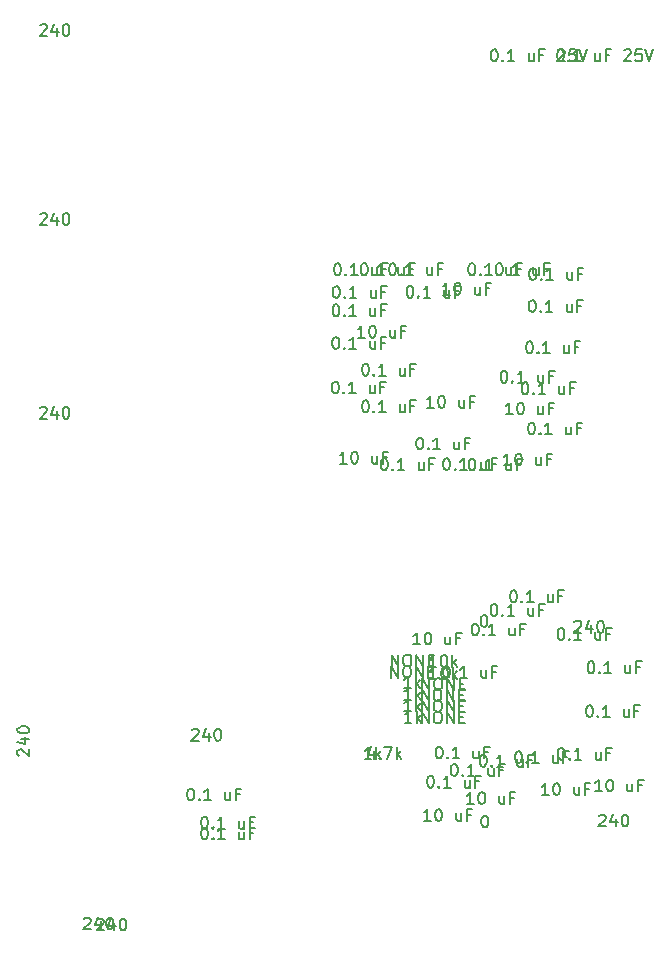
<source format=gbr>
G04 #@! TF.FileFunction,Other,Fab,Bot*
%FSLAX46Y46*%
G04 Gerber Fmt 4.6, Leading zero omitted, Abs format (unit mm)*
G04 Created by KiCad (PCBNEW 4.0.5) date Sat Apr  1 23:31:31 2017*
%MOMM*%
%LPD*%
G01*
G04 APERTURE LIST*
%ADD10C,0.100000*%
%ADD11C,0.150000*%
G04 APERTURE END LIST*
D10*
D11*
X44102590Y17032219D02*
X44197829Y17032219D01*
X44293067Y16984600D01*
X44340686Y16936981D01*
X44388305Y16841743D01*
X44435924Y16651267D01*
X44435924Y16413171D01*
X44388305Y16222695D01*
X44340686Y16127457D01*
X44293067Y16079838D01*
X44197829Y16032219D01*
X44102590Y16032219D01*
X44007352Y16079838D01*
X43959733Y16127457D01*
X43912114Y16222695D01*
X43864495Y16413171D01*
X43864495Y16651267D01*
X43912114Y16841743D01*
X43959733Y16936981D01*
X44007352Y16984600D01*
X44102590Y17032219D01*
X44864495Y16127457D02*
X44912114Y16079838D01*
X44864495Y16032219D01*
X44816876Y16079838D01*
X44864495Y16127457D01*
X44864495Y16032219D01*
X45864495Y16032219D02*
X45293066Y16032219D01*
X45578780Y16032219D02*
X45578780Y17032219D01*
X45483542Y16889362D01*
X45388304Y16794124D01*
X45293066Y16746505D01*
X47483543Y16698886D02*
X47483543Y16032219D01*
X47054971Y16698886D02*
X47054971Y16175076D01*
X47102590Y16079838D01*
X47197828Y16032219D01*
X47340686Y16032219D01*
X47435924Y16079838D01*
X47483543Y16127457D01*
X48293067Y16556029D02*
X47959733Y16556029D01*
X47959733Y16032219D02*
X47959733Y17032219D01*
X48435924Y17032219D01*
X44102590Y17946619D02*
X44197829Y17946619D01*
X44293067Y17899000D01*
X44340686Y17851381D01*
X44388305Y17756143D01*
X44435924Y17565667D01*
X44435924Y17327571D01*
X44388305Y17137095D01*
X44340686Y17041857D01*
X44293067Y16994238D01*
X44197829Y16946619D01*
X44102590Y16946619D01*
X44007352Y16994238D01*
X43959733Y17041857D01*
X43912114Y17137095D01*
X43864495Y17327571D01*
X43864495Y17565667D01*
X43912114Y17756143D01*
X43959733Y17851381D01*
X44007352Y17899000D01*
X44102590Y17946619D01*
X44864495Y17041857D02*
X44912114Y16994238D01*
X44864495Y16946619D01*
X44816876Y16994238D01*
X44864495Y17041857D01*
X44864495Y16946619D01*
X45864495Y16946619D02*
X45293066Y16946619D01*
X45578780Y16946619D02*
X45578780Y17946619D01*
X45483542Y17803762D01*
X45388304Y17708524D01*
X45293066Y17660905D01*
X47483543Y17613286D02*
X47483543Y16946619D01*
X47054971Y17613286D02*
X47054971Y17089476D01*
X47102590Y16994238D01*
X47197828Y16946619D01*
X47340686Y16946619D01*
X47435924Y16994238D01*
X47483543Y17041857D01*
X48293067Y17470429D02*
X47959733Y17470429D01*
X47959733Y16946619D02*
X47959733Y17946619D01*
X48435924Y17946619D01*
X42934190Y20340819D02*
X43029429Y20340819D01*
X43124667Y20293200D01*
X43172286Y20245581D01*
X43219905Y20150343D01*
X43267524Y19959867D01*
X43267524Y19721771D01*
X43219905Y19531295D01*
X43172286Y19436057D01*
X43124667Y19388438D01*
X43029429Y19340819D01*
X42934190Y19340819D01*
X42838952Y19388438D01*
X42791333Y19436057D01*
X42743714Y19531295D01*
X42696095Y19721771D01*
X42696095Y19959867D01*
X42743714Y20150343D01*
X42791333Y20245581D01*
X42838952Y20293200D01*
X42934190Y20340819D01*
X43696095Y19436057D02*
X43743714Y19388438D01*
X43696095Y19340819D01*
X43648476Y19388438D01*
X43696095Y19436057D01*
X43696095Y19340819D01*
X44696095Y19340819D02*
X44124666Y19340819D01*
X44410380Y19340819D02*
X44410380Y20340819D01*
X44315142Y20197962D01*
X44219904Y20102724D01*
X44124666Y20055105D01*
X46315143Y20007486D02*
X46315143Y19340819D01*
X45886571Y20007486D02*
X45886571Y19483676D01*
X45934190Y19388438D01*
X46029428Y19340819D01*
X46172286Y19340819D01*
X46267524Y19388438D01*
X46315143Y19436057D01*
X47124667Y19864629D02*
X46791333Y19864629D01*
X46791333Y19340819D02*
X46791333Y20340819D01*
X47267524Y20340819D01*
X69458390Y55716419D02*
X69553629Y55716419D01*
X69648867Y55668800D01*
X69696486Y55621181D01*
X69744105Y55525943D01*
X69791724Y55335467D01*
X69791724Y55097371D01*
X69744105Y54906895D01*
X69696486Y54811657D01*
X69648867Y54764038D01*
X69553629Y54716419D01*
X69458390Y54716419D01*
X69363152Y54764038D01*
X69315533Y54811657D01*
X69267914Y54906895D01*
X69220295Y55097371D01*
X69220295Y55335467D01*
X69267914Y55525943D01*
X69315533Y55621181D01*
X69363152Y55668800D01*
X69458390Y55716419D01*
X70220295Y54811657D02*
X70267914Y54764038D01*
X70220295Y54716419D01*
X70172676Y54764038D01*
X70220295Y54811657D01*
X70220295Y54716419D01*
X71220295Y54716419D02*
X70648866Y54716419D01*
X70934580Y54716419D02*
X70934580Y55716419D01*
X70839342Y55573562D01*
X70744104Y55478324D01*
X70648866Y55430705D01*
X72839343Y55383086D02*
X72839343Y54716419D01*
X72410771Y55383086D02*
X72410771Y54859276D01*
X72458390Y54764038D01*
X72553628Y54716419D01*
X72696486Y54716419D01*
X72791724Y54764038D01*
X72839343Y54811657D01*
X73648867Y55240229D02*
X73315533Y55240229D01*
X73315533Y54716419D02*
X73315533Y55716419D01*
X73791724Y55716419D01*
X63552819Y52582819D02*
X62981390Y52582819D01*
X63267104Y52582819D02*
X63267104Y53582819D01*
X63171866Y53439962D01*
X63076628Y53344724D01*
X62981390Y53297105D01*
X64171866Y53582819D02*
X64267105Y53582819D01*
X64362343Y53535200D01*
X64409962Y53487581D01*
X64457581Y53392343D01*
X64505200Y53201867D01*
X64505200Y52963771D01*
X64457581Y52773295D01*
X64409962Y52678057D01*
X64362343Y52630438D01*
X64267105Y52582819D01*
X64171866Y52582819D01*
X64076628Y52630438D01*
X64029009Y52678057D01*
X63981390Y52773295D01*
X63933771Y52963771D01*
X63933771Y53201867D01*
X63981390Y53392343D01*
X64029009Y53487581D01*
X64076628Y53535200D01*
X64171866Y53582819D01*
X66124248Y53249486D02*
X66124248Y52582819D01*
X65695676Y53249486D02*
X65695676Y52725676D01*
X65743295Y52630438D01*
X65838533Y52582819D01*
X65981391Y52582819D01*
X66076629Y52630438D01*
X66124248Y52678057D01*
X66933772Y53106629D02*
X66600438Y53106629D01*
X66600438Y52582819D02*
X66600438Y53582819D01*
X67076629Y53582819D01*
X61501590Y62904619D02*
X61596829Y62904619D01*
X61692067Y62857000D01*
X61739686Y62809381D01*
X61787305Y62714143D01*
X61834924Y62523667D01*
X61834924Y62285571D01*
X61787305Y62095095D01*
X61739686Y61999857D01*
X61692067Y61952238D01*
X61596829Y61904619D01*
X61501590Y61904619D01*
X61406352Y61952238D01*
X61358733Y61999857D01*
X61311114Y62095095D01*
X61263495Y62285571D01*
X61263495Y62523667D01*
X61311114Y62714143D01*
X61358733Y62809381D01*
X61406352Y62857000D01*
X61501590Y62904619D01*
X62263495Y61999857D02*
X62311114Y61952238D01*
X62263495Y61904619D01*
X62215876Y61952238D01*
X62263495Y61999857D01*
X62263495Y61904619D01*
X63263495Y61904619D02*
X62692066Y61904619D01*
X62977780Y61904619D02*
X62977780Y62904619D01*
X62882542Y62761762D01*
X62787304Y62666524D01*
X62692066Y62618905D01*
X64882543Y62571286D02*
X64882543Y61904619D01*
X64453971Y62571286D02*
X64453971Y62047476D01*
X64501590Y61952238D01*
X64596828Y61904619D01*
X64739686Y61904619D01*
X64834924Y61952238D01*
X64882543Y61999857D01*
X65692067Y62428429D02*
X65358733Y62428429D01*
X65358733Y61904619D02*
X65358733Y62904619D01*
X65834924Y62904619D01*
X62327600Y50052219D02*
X62422839Y50052219D01*
X62518077Y50004600D01*
X62565696Y49956981D01*
X62613315Y49861743D01*
X62660934Y49671267D01*
X62660934Y49433171D01*
X62613315Y49242695D01*
X62565696Y49147457D01*
X62518077Y49099838D01*
X62422839Y49052219D01*
X62327600Y49052219D01*
X62232362Y49099838D01*
X62184743Y49147457D01*
X62137124Y49242695D01*
X62089505Y49433171D01*
X62089505Y49671267D01*
X62137124Y49861743D01*
X62184743Y49956981D01*
X62232362Y50004600D01*
X62327600Y50052219D01*
X63089505Y49147457D02*
X63137124Y49099838D01*
X63089505Y49052219D01*
X63041886Y49099838D01*
X63089505Y49147457D01*
X63089505Y49052219D01*
X64089505Y49052219D02*
X63518076Y49052219D01*
X63803790Y49052219D02*
X63803790Y50052219D01*
X63708552Y49909362D01*
X63613314Y49814124D01*
X63518076Y49766505D01*
X65708553Y49718886D02*
X65708553Y49052219D01*
X65279981Y49718886D02*
X65279981Y49195076D01*
X65327600Y49099838D01*
X65422838Y49052219D01*
X65565696Y49052219D01*
X65660934Y49099838D01*
X65708553Y49147457D01*
X66518077Y49576029D02*
X66184743Y49576029D01*
X66184743Y49052219D02*
X66184743Y50052219D01*
X66660934Y50052219D01*
X57723590Y53201819D02*
X57818829Y53201819D01*
X57914067Y53154200D01*
X57961686Y53106581D01*
X58009305Y53011343D01*
X58056924Y52820867D01*
X58056924Y52582771D01*
X58009305Y52392295D01*
X57961686Y52297057D01*
X57914067Y52249438D01*
X57818829Y52201819D01*
X57723590Y52201819D01*
X57628352Y52249438D01*
X57580733Y52297057D01*
X57533114Y52392295D01*
X57485495Y52582771D01*
X57485495Y52820867D01*
X57533114Y53011343D01*
X57580733Y53106581D01*
X57628352Y53154200D01*
X57723590Y53201819D01*
X58485495Y52297057D02*
X58533114Y52249438D01*
X58485495Y52201819D01*
X58437876Y52249438D01*
X58485495Y52297057D01*
X58485495Y52201819D01*
X59485495Y52201819D02*
X58914066Y52201819D01*
X59199780Y52201819D02*
X59199780Y53201819D01*
X59104542Y53058962D01*
X59009304Y52963724D01*
X58914066Y52916105D01*
X61104543Y52868486D02*
X61104543Y52201819D01*
X60675971Y52868486D02*
X60675971Y52344676D01*
X60723590Y52249438D01*
X60818828Y52201819D01*
X60961686Y52201819D01*
X61056924Y52249438D01*
X61104543Y52297057D01*
X61914067Y52725629D02*
X61580733Y52725629D01*
X61580733Y52201819D02*
X61580733Y53201819D01*
X62056924Y53201819D01*
X57723590Y56300619D02*
X57818829Y56300619D01*
X57914067Y56253000D01*
X57961686Y56205381D01*
X58009305Y56110143D01*
X58056924Y55919667D01*
X58056924Y55681571D01*
X58009305Y55491095D01*
X57961686Y55395857D01*
X57914067Y55348238D01*
X57818829Y55300619D01*
X57723590Y55300619D01*
X57628352Y55348238D01*
X57580733Y55395857D01*
X57533114Y55491095D01*
X57485495Y55681571D01*
X57485495Y55919667D01*
X57533114Y56110143D01*
X57580733Y56205381D01*
X57628352Y56253000D01*
X57723590Y56300619D01*
X58485495Y55395857D02*
X58533114Y55348238D01*
X58485495Y55300619D01*
X58437876Y55348238D01*
X58485495Y55395857D01*
X58485495Y55300619D01*
X59485495Y55300619D02*
X58914066Y55300619D01*
X59199780Y55300619D02*
X59199780Y56300619D01*
X59104542Y56157762D01*
X59009304Y56062524D01*
X58914066Y56014905D01*
X61104543Y55967286D02*
X61104543Y55300619D01*
X60675971Y55967286D02*
X60675971Y55443476D01*
X60723590Y55348238D01*
X60818828Y55300619D01*
X60961686Y55300619D01*
X61056924Y55348238D01*
X61104543Y55395857D01*
X61914067Y55824429D02*
X61580733Y55824429D01*
X61580733Y55300619D02*
X61580733Y56300619D01*
X62056924Y56300619D01*
X55253190Y62879219D02*
X55348429Y62879219D01*
X55443667Y62831600D01*
X55491286Y62783981D01*
X55538905Y62688743D01*
X55586524Y62498267D01*
X55586524Y62260171D01*
X55538905Y62069695D01*
X55491286Y61974457D01*
X55443667Y61926838D01*
X55348429Y61879219D01*
X55253190Y61879219D01*
X55157952Y61926838D01*
X55110333Y61974457D01*
X55062714Y62069695D01*
X55015095Y62260171D01*
X55015095Y62498267D01*
X55062714Y62688743D01*
X55110333Y62783981D01*
X55157952Y62831600D01*
X55253190Y62879219D01*
X56015095Y61974457D02*
X56062714Y61926838D01*
X56015095Y61879219D01*
X55967476Y61926838D01*
X56015095Y61974457D01*
X56015095Y61879219D01*
X57015095Y61879219D02*
X56443666Y61879219D01*
X56729380Y61879219D02*
X56729380Y62879219D01*
X56634142Y62736362D01*
X56538904Y62641124D01*
X56443666Y62593505D01*
X58634143Y62545886D02*
X58634143Y61879219D01*
X58205571Y62545886D02*
X58205571Y62022076D01*
X58253190Y61926838D01*
X58348428Y61879219D01*
X58491286Y61879219D01*
X58586524Y61926838D01*
X58634143Y61974457D01*
X59443667Y62403029D02*
X59110333Y62403029D01*
X59110333Y61879219D02*
X59110333Y62879219D01*
X59586524Y62879219D01*
X64892419Y62165219D02*
X64320990Y62165219D01*
X64606704Y62165219D02*
X64606704Y63165219D01*
X64511466Y63022362D01*
X64416228Y62927124D01*
X64320990Y62879505D01*
X65511466Y63165219D02*
X65606705Y63165219D01*
X65701943Y63117600D01*
X65749562Y63069981D01*
X65797181Y62974743D01*
X65844800Y62784267D01*
X65844800Y62546171D01*
X65797181Y62355695D01*
X65749562Y62260457D01*
X65701943Y62212838D01*
X65606705Y62165219D01*
X65511466Y62165219D01*
X65416228Y62212838D01*
X65368609Y62260457D01*
X65320990Y62355695D01*
X65273371Y62546171D01*
X65273371Y62784267D01*
X65320990Y62974743D01*
X65368609Y63069981D01*
X65416228Y63117600D01*
X65511466Y63165219D01*
X67463848Y62831886D02*
X67463848Y62165219D01*
X67035276Y62831886D02*
X67035276Y62308076D01*
X67082895Y62212838D01*
X67178133Y62165219D01*
X67320991Y62165219D01*
X67416229Y62212838D01*
X67463848Y62260457D01*
X68273372Y62689029D02*
X67940038Y62689029D01*
X67940038Y62165219D02*
X67940038Y63165219D01*
X68416229Y63165219D01*
X71236390Y54725819D02*
X71331629Y54725819D01*
X71426867Y54678200D01*
X71474486Y54630581D01*
X71522105Y54535343D01*
X71569724Y54344867D01*
X71569724Y54106771D01*
X71522105Y53916295D01*
X71474486Y53821057D01*
X71426867Y53773438D01*
X71331629Y53725819D01*
X71236390Y53725819D01*
X71141152Y53773438D01*
X71093533Y53821057D01*
X71045914Y53916295D01*
X70998295Y54106771D01*
X70998295Y54344867D01*
X71045914Y54535343D01*
X71093533Y54630581D01*
X71141152Y54678200D01*
X71236390Y54725819D01*
X71998295Y53821057D02*
X72045914Y53773438D01*
X71998295Y53725819D01*
X71950676Y53773438D01*
X71998295Y53821057D01*
X71998295Y53725819D01*
X72998295Y53725819D02*
X72426866Y53725819D01*
X72712580Y53725819D02*
X72712580Y54725819D01*
X72617342Y54582962D01*
X72522104Y54487724D01*
X72426866Y54440105D01*
X74617343Y54392486D02*
X74617343Y53725819D01*
X74188771Y54392486D02*
X74188771Y53868676D01*
X74236390Y53773438D01*
X74331628Y53725819D01*
X74474486Y53725819D01*
X74569724Y53773438D01*
X74617343Y53821057D01*
X75426867Y54249629D02*
X75093533Y54249629D01*
X75093533Y53725819D02*
X75093533Y54725819D01*
X75569724Y54725819D01*
X55354790Y64809619D02*
X55450029Y64809619D01*
X55545267Y64762000D01*
X55592886Y64714381D01*
X55640505Y64619143D01*
X55688124Y64428667D01*
X55688124Y64190571D01*
X55640505Y64000095D01*
X55592886Y63904857D01*
X55545267Y63857238D01*
X55450029Y63809619D01*
X55354790Y63809619D01*
X55259552Y63857238D01*
X55211933Y63904857D01*
X55164314Y64000095D01*
X55116695Y64190571D01*
X55116695Y64428667D01*
X55164314Y64619143D01*
X55211933Y64714381D01*
X55259552Y64762000D01*
X55354790Y64809619D01*
X56116695Y63904857D02*
X56164314Y63857238D01*
X56116695Y63809619D01*
X56069076Y63857238D01*
X56116695Y63904857D01*
X56116695Y63809619D01*
X57116695Y63809619D02*
X56545266Y63809619D01*
X56830980Y63809619D02*
X56830980Y64809619D01*
X56735742Y64666762D01*
X56640504Y64571524D01*
X56545266Y64523905D01*
X58735743Y64476286D02*
X58735743Y63809619D01*
X58307171Y64476286D02*
X58307171Y63952476D01*
X58354790Y63857238D01*
X58450028Y63809619D01*
X58592886Y63809619D01*
X58688124Y63857238D01*
X58735743Y63904857D01*
X59545267Y64333429D02*
X59211933Y64333429D01*
X59211933Y63809619D02*
X59211933Y64809619D01*
X59688124Y64809619D01*
X60028390Y64809619D02*
X60123629Y64809619D01*
X60218867Y64762000D01*
X60266486Y64714381D01*
X60314105Y64619143D01*
X60361724Y64428667D01*
X60361724Y64190571D01*
X60314105Y64000095D01*
X60266486Y63904857D01*
X60218867Y63857238D01*
X60123629Y63809619D01*
X60028390Y63809619D01*
X59933152Y63857238D01*
X59885533Y63904857D01*
X59837914Y64000095D01*
X59790295Y64190571D01*
X59790295Y64428667D01*
X59837914Y64619143D01*
X59885533Y64714381D01*
X59933152Y64762000D01*
X60028390Y64809619D01*
X60790295Y63904857D02*
X60837914Y63857238D01*
X60790295Y63809619D01*
X60742676Y63857238D01*
X60790295Y63904857D01*
X60790295Y63809619D01*
X61790295Y63809619D02*
X61218866Y63809619D01*
X61504580Y63809619D02*
X61504580Y64809619D01*
X61409342Y64666762D01*
X61314104Y64571524D01*
X61218866Y64523905D01*
X63409343Y64476286D02*
X63409343Y63809619D01*
X62980771Y64476286D02*
X62980771Y63952476D01*
X63028390Y63857238D01*
X63123628Y63809619D01*
X63266486Y63809619D01*
X63361724Y63857238D01*
X63409343Y63904857D01*
X64218867Y64333429D02*
X63885533Y64333429D01*
X63885533Y63809619D02*
X63885533Y64809619D01*
X64361724Y64809619D01*
X57615390Y64809619D02*
X57710629Y64809619D01*
X57805867Y64762000D01*
X57853486Y64714381D01*
X57901105Y64619143D01*
X57948724Y64428667D01*
X57948724Y64190571D01*
X57901105Y64000095D01*
X57853486Y63904857D01*
X57805867Y63857238D01*
X57710629Y63809619D01*
X57615390Y63809619D01*
X57520152Y63857238D01*
X57472533Y63904857D01*
X57424914Y64000095D01*
X57377295Y64190571D01*
X57377295Y64428667D01*
X57424914Y64619143D01*
X57472533Y64714381D01*
X57520152Y64762000D01*
X57615390Y64809619D01*
X58377295Y63904857D02*
X58424914Y63857238D01*
X58377295Y63809619D01*
X58329676Y63857238D01*
X58377295Y63904857D01*
X58377295Y63809619D01*
X59377295Y63809619D02*
X58805866Y63809619D01*
X59091580Y63809619D02*
X59091580Y64809619D01*
X58996342Y64666762D01*
X58901104Y64571524D01*
X58805866Y64523905D01*
X60996343Y64476286D02*
X60996343Y63809619D01*
X60567771Y64476286D02*
X60567771Y63952476D01*
X60615390Y63857238D01*
X60710628Y63809619D01*
X60853486Y63809619D01*
X60948724Y63857238D01*
X60996343Y63904857D01*
X61805867Y64333429D02*
X61472533Y64333429D01*
X61472533Y63809619D02*
X61472533Y64809619D01*
X61948724Y64809619D01*
X66752790Y48274219D02*
X66848029Y48274219D01*
X66943267Y48226600D01*
X66990886Y48178981D01*
X67038505Y48083743D01*
X67086124Y47893267D01*
X67086124Y47655171D01*
X67038505Y47464695D01*
X66990886Y47369457D01*
X66943267Y47321838D01*
X66848029Y47274219D01*
X66752790Y47274219D01*
X66657552Y47321838D01*
X66609933Y47369457D01*
X66562314Y47464695D01*
X66514695Y47655171D01*
X66514695Y47893267D01*
X66562314Y48083743D01*
X66609933Y48178981D01*
X66657552Y48226600D01*
X66752790Y48274219D01*
X67514695Y47369457D02*
X67562314Y47321838D01*
X67514695Y47274219D01*
X67467076Y47321838D01*
X67514695Y47369457D01*
X67514695Y47274219D01*
X68514695Y47274219D02*
X67943266Y47274219D01*
X68228980Y47274219D02*
X68228980Y48274219D01*
X68133742Y48131362D01*
X68038504Y48036124D01*
X67943266Y47988505D01*
X70133743Y47940886D02*
X70133743Y47274219D01*
X69705171Y47940886D02*
X69705171Y47417076D01*
X69752790Y47321838D01*
X69848028Y47274219D01*
X69990886Y47274219D01*
X70086124Y47321838D01*
X70133743Y47369457D01*
X70943267Y47798029D02*
X70609933Y47798029D01*
X70609933Y47274219D02*
X70609933Y48274219D01*
X71086124Y48274219D01*
X70074019Y47706019D02*
X69502590Y47706019D01*
X69788304Y47706019D02*
X69788304Y48706019D01*
X69693066Y48563162D01*
X69597828Y48467924D01*
X69502590Y48420305D01*
X70693066Y48706019D02*
X70788305Y48706019D01*
X70883543Y48658400D01*
X70931162Y48610781D01*
X70978781Y48515543D01*
X71026400Y48325067D01*
X71026400Y48086971D01*
X70978781Y47896495D01*
X70931162Y47801257D01*
X70883543Y47753638D01*
X70788305Y47706019D01*
X70693066Y47706019D01*
X70597828Y47753638D01*
X70550209Y47801257D01*
X70502590Y47896495D01*
X70454971Y48086971D01*
X70454971Y48325067D01*
X70502590Y48515543D01*
X70550209Y48610781D01*
X70597828Y48658400D01*
X70693066Y48706019D01*
X72645448Y48372686D02*
X72645448Y47706019D01*
X72216876Y48372686D02*
X72216876Y47848876D01*
X72264495Y47753638D01*
X72359733Y47706019D01*
X72502591Y47706019D01*
X72597829Y47753638D01*
X72645448Y47801257D01*
X73454972Y48229829D02*
X73121638Y48229829D01*
X73121638Y47706019D02*
X73121638Y48706019D01*
X73597829Y48706019D01*
X59317190Y48299619D02*
X59412429Y48299619D01*
X59507667Y48252000D01*
X59555286Y48204381D01*
X59602905Y48109143D01*
X59650524Y47918667D01*
X59650524Y47680571D01*
X59602905Y47490095D01*
X59555286Y47394857D01*
X59507667Y47347238D01*
X59412429Y47299619D01*
X59317190Y47299619D01*
X59221952Y47347238D01*
X59174333Y47394857D01*
X59126714Y47490095D01*
X59079095Y47680571D01*
X59079095Y47918667D01*
X59126714Y48109143D01*
X59174333Y48204381D01*
X59221952Y48252000D01*
X59317190Y48299619D01*
X60079095Y47394857D02*
X60126714Y47347238D01*
X60079095Y47299619D01*
X60031476Y47347238D01*
X60079095Y47394857D01*
X60079095Y47299619D01*
X61079095Y47299619D02*
X60507666Y47299619D01*
X60793380Y47299619D02*
X60793380Y48299619D01*
X60698142Y48156762D01*
X60602904Y48061524D01*
X60507666Y48013905D01*
X62698143Y47966286D02*
X62698143Y47299619D01*
X62269571Y47966286D02*
X62269571Y47442476D01*
X62317190Y47347238D01*
X62412428Y47299619D01*
X62555286Y47299619D01*
X62650524Y47347238D01*
X62698143Y47394857D01*
X63507667Y47823429D02*
X63174333Y47823429D01*
X63174333Y47299619D02*
X63174333Y48299619D01*
X63650524Y48299619D01*
X64600390Y48306219D02*
X64695629Y48306219D01*
X64790867Y48258600D01*
X64838486Y48210981D01*
X64886105Y48115743D01*
X64933724Y47925267D01*
X64933724Y47687171D01*
X64886105Y47496695D01*
X64838486Y47401457D01*
X64790867Y47353838D01*
X64695629Y47306219D01*
X64600390Y47306219D01*
X64505152Y47353838D01*
X64457533Y47401457D01*
X64409914Y47496695D01*
X64362295Y47687171D01*
X64362295Y47925267D01*
X64409914Y48115743D01*
X64457533Y48210981D01*
X64505152Y48258600D01*
X64600390Y48306219D01*
X65362295Y47401457D02*
X65409914Y47353838D01*
X65362295Y47306219D01*
X65314676Y47353838D01*
X65362295Y47401457D01*
X65362295Y47306219D01*
X66362295Y47306219D02*
X65790866Y47306219D01*
X66076580Y47306219D02*
X66076580Y48306219D01*
X65981342Y48163362D01*
X65886104Y48068124D01*
X65790866Y48020505D01*
X67981343Y47972886D02*
X67981343Y47306219D01*
X67552771Y47972886D02*
X67552771Y47449076D01*
X67600390Y47353838D01*
X67695628Y47306219D01*
X67838486Y47306219D01*
X67933724Y47353838D01*
X67981343Y47401457D01*
X68790867Y47830029D02*
X68457533Y47830029D01*
X68457533Y47306219D02*
X68457533Y48306219D01*
X68933724Y48306219D01*
X55213310Y58561219D02*
X55308549Y58561219D01*
X55403787Y58513600D01*
X55451406Y58465981D01*
X55499025Y58370743D01*
X55546644Y58180267D01*
X55546644Y57942171D01*
X55499025Y57751695D01*
X55451406Y57656457D01*
X55403787Y57608838D01*
X55308549Y57561219D01*
X55213310Y57561219D01*
X55118072Y57608838D01*
X55070453Y57656457D01*
X55022834Y57751695D01*
X54975215Y57942171D01*
X54975215Y58180267D01*
X55022834Y58370743D01*
X55070453Y58465981D01*
X55118072Y58513600D01*
X55213310Y58561219D01*
X55975215Y57656457D02*
X56022834Y57608838D01*
X55975215Y57561219D01*
X55927596Y57608838D01*
X55975215Y57656457D01*
X55975215Y57561219D01*
X56975215Y57561219D02*
X56403786Y57561219D01*
X56689500Y57561219D02*
X56689500Y58561219D01*
X56594262Y58418362D01*
X56499024Y58323124D01*
X56403786Y58275505D01*
X58594263Y58227886D02*
X58594263Y57561219D01*
X58165691Y58227886D02*
X58165691Y57704076D01*
X58213310Y57608838D01*
X58308548Y57561219D01*
X58451406Y57561219D01*
X58546644Y57608838D01*
X58594263Y57656457D01*
X59403787Y58085029D02*
X59070453Y58085029D01*
X59070453Y57561219D02*
X59070453Y58561219D01*
X59546644Y58561219D01*
X56184539Y47858419D02*
X55613110Y47858419D01*
X55898824Y47858419D02*
X55898824Y48858419D01*
X55803586Y48715562D01*
X55708348Y48620324D01*
X55613110Y48572705D01*
X56803586Y48858419D02*
X56898825Y48858419D01*
X56994063Y48810800D01*
X57041682Y48763181D01*
X57089301Y48667943D01*
X57136920Y48477467D01*
X57136920Y48239371D01*
X57089301Y48048895D01*
X57041682Y47953657D01*
X56994063Y47906038D01*
X56898825Y47858419D01*
X56803586Y47858419D01*
X56708348Y47906038D01*
X56660729Y47953657D01*
X56613110Y48048895D01*
X56565491Y48239371D01*
X56565491Y48477467D01*
X56613110Y48667943D01*
X56660729Y48763181D01*
X56708348Y48810800D01*
X56803586Y48858419D01*
X58755968Y48525086D02*
X58755968Y47858419D01*
X58327396Y48525086D02*
X58327396Y48001276D01*
X58375015Y47906038D01*
X58470253Y47858419D01*
X58613111Y47858419D01*
X58708349Y47906038D01*
X58755968Y47953657D01*
X59565492Y48382229D02*
X59232158Y48382229D01*
X59232158Y47858419D02*
X59232158Y48858419D01*
X59708349Y48858419D01*
X55223470Y61329819D02*
X55318709Y61329819D01*
X55413947Y61282200D01*
X55461566Y61234581D01*
X55509185Y61139343D01*
X55556804Y60948867D01*
X55556804Y60710771D01*
X55509185Y60520295D01*
X55461566Y60425057D01*
X55413947Y60377438D01*
X55318709Y60329819D01*
X55223470Y60329819D01*
X55128232Y60377438D01*
X55080613Y60425057D01*
X55032994Y60520295D01*
X54985375Y60710771D01*
X54985375Y60948867D01*
X55032994Y61139343D01*
X55080613Y61234581D01*
X55128232Y61282200D01*
X55223470Y61329819D01*
X55985375Y60425057D02*
X56032994Y60377438D01*
X55985375Y60329819D01*
X55937756Y60377438D01*
X55985375Y60425057D01*
X55985375Y60329819D01*
X56985375Y60329819D02*
X56413946Y60329819D01*
X56699660Y60329819D02*
X56699660Y61329819D01*
X56604422Y61186962D01*
X56509184Y61091724D01*
X56413946Y61044105D01*
X58604423Y60996486D02*
X58604423Y60329819D01*
X58175851Y60996486D02*
X58175851Y60472676D01*
X58223470Y60377438D01*
X58318708Y60329819D01*
X58461566Y60329819D01*
X58556804Y60377438D01*
X58604423Y60425057D01*
X59413947Y60853629D02*
X59080613Y60853629D01*
X59080613Y60329819D02*
X59080613Y61329819D01*
X59556804Y61329819D01*
X55172670Y54802019D02*
X55267909Y54802019D01*
X55363147Y54754400D01*
X55410766Y54706781D01*
X55458385Y54611543D01*
X55506004Y54421067D01*
X55506004Y54182971D01*
X55458385Y53992495D01*
X55410766Y53897257D01*
X55363147Y53849638D01*
X55267909Y53802019D01*
X55172670Y53802019D01*
X55077432Y53849638D01*
X55029813Y53897257D01*
X54982194Y53992495D01*
X54934575Y54182971D01*
X54934575Y54421067D01*
X54982194Y54611543D01*
X55029813Y54706781D01*
X55077432Y54754400D01*
X55172670Y54802019D01*
X55934575Y53897257D02*
X55982194Y53849638D01*
X55934575Y53802019D01*
X55886956Y53849638D01*
X55934575Y53897257D01*
X55934575Y53802019D01*
X56934575Y53802019D02*
X56363146Y53802019D01*
X56648860Y53802019D02*
X56648860Y54802019D01*
X56553622Y54659162D01*
X56458384Y54563924D01*
X56363146Y54516305D01*
X58553623Y54468686D02*
X58553623Y53802019D01*
X58125051Y54468686D02*
X58125051Y53944876D01*
X58172670Y53849638D01*
X58267908Y53802019D01*
X58410766Y53802019D01*
X58506004Y53849638D01*
X58553623Y53897257D01*
X59363147Y54325829D02*
X59029813Y54325829D01*
X59029813Y53802019D02*
X59029813Y54802019D01*
X59506004Y54802019D01*
X66733990Y64809619D02*
X66829229Y64809619D01*
X66924467Y64762000D01*
X66972086Y64714381D01*
X67019705Y64619143D01*
X67067324Y64428667D01*
X67067324Y64190571D01*
X67019705Y64000095D01*
X66972086Y63904857D01*
X66924467Y63857238D01*
X66829229Y63809619D01*
X66733990Y63809619D01*
X66638752Y63857238D01*
X66591133Y63904857D01*
X66543514Y64000095D01*
X66495895Y64190571D01*
X66495895Y64428667D01*
X66543514Y64619143D01*
X66591133Y64714381D01*
X66638752Y64762000D01*
X66733990Y64809619D01*
X67495895Y63904857D02*
X67543514Y63857238D01*
X67495895Y63809619D01*
X67448276Y63857238D01*
X67495895Y63904857D01*
X67495895Y63809619D01*
X68495895Y63809619D02*
X67924466Y63809619D01*
X68210180Y63809619D02*
X68210180Y64809619D01*
X68114942Y64666762D01*
X68019704Y64571524D01*
X67924466Y64523905D01*
X70114943Y64476286D02*
X70114943Y63809619D01*
X69686371Y64476286D02*
X69686371Y63952476D01*
X69733990Y63857238D01*
X69829228Y63809619D01*
X69972086Y63809619D01*
X70067324Y63857238D01*
X70114943Y63904857D01*
X70924467Y64333429D02*
X70591133Y64333429D01*
X70591133Y63809619D02*
X70591133Y64809619D01*
X71067324Y64809619D01*
X57708539Y58526419D02*
X57137110Y58526419D01*
X57422824Y58526419D02*
X57422824Y59526419D01*
X57327586Y59383562D01*
X57232348Y59288324D01*
X57137110Y59240705D01*
X58327586Y59526419D02*
X58422825Y59526419D01*
X58518063Y59478800D01*
X58565682Y59431181D01*
X58613301Y59335943D01*
X58660920Y59145467D01*
X58660920Y58907371D01*
X58613301Y58716895D01*
X58565682Y58621657D01*
X58518063Y58574038D01*
X58422825Y58526419D01*
X58327586Y58526419D01*
X58232348Y58574038D01*
X58184729Y58621657D01*
X58137110Y58716895D01*
X58089491Y58907371D01*
X58089491Y59145467D01*
X58137110Y59335943D01*
X58184729Y59431181D01*
X58232348Y59478800D01*
X58327586Y59526419D01*
X60279968Y59193086D02*
X60279968Y58526419D01*
X59851396Y59193086D02*
X59851396Y58669276D01*
X59899015Y58574038D01*
X59994253Y58526419D01*
X60137111Y58526419D01*
X60232349Y58574038D01*
X60279968Y58621657D01*
X61089492Y59050229D02*
X60756158Y59050229D01*
X60756158Y58526419D02*
X60756158Y59526419D01*
X61232349Y59526419D01*
X69045390Y64809619D02*
X69140629Y64809619D01*
X69235867Y64762000D01*
X69283486Y64714381D01*
X69331105Y64619143D01*
X69378724Y64428667D01*
X69378724Y64190571D01*
X69331105Y64000095D01*
X69283486Y63904857D01*
X69235867Y63857238D01*
X69140629Y63809619D01*
X69045390Y63809619D01*
X68950152Y63857238D01*
X68902533Y63904857D01*
X68854914Y64000095D01*
X68807295Y64190571D01*
X68807295Y64428667D01*
X68854914Y64619143D01*
X68902533Y64714381D01*
X68950152Y64762000D01*
X69045390Y64809619D01*
X69807295Y63904857D02*
X69854914Y63857238D01*
X69807295Y63809619D01*
X69759676Y63857238D01*
X69807295Y63904857D01*
X69807295Y63809619D01*
X70807295Y63809619D02*
X70235866Y63809619D01*
X70521580Y63809619D02*
X70521580Y64809619D01*
X70426342Y64666762D01*
X70331104Y64571524D01*
X70235866Y64523905D01*
X72426343Y64476286D02*
X72426343Y63809619D01*
X71997771Y64476286D02*
X71997771Y63952476D01*
X72045390Y63857238D01*
X72140628Y63809619D01*
X72283486Y63809619D01*
X72378724Y63857238D01*
X72426343Y63904857D01*
X73235867Y64333429D02*
X72902533Y64333429D01*
X72902533Y63809619D02*
X72902533Y64809619D01*
X73378724Y64809619D01*
X71890190Y64403219D02*
X71985429Y64403219D01*
X72080667Y64355600D01*
X72128286Y64307981D01*
X72175905Y64212743D01*
X72223524Y64022267D01*
X72223524Y63784171D01*
X72175905Y63593695D01*
X72128286Y63498457D01*
X72080667Y63450838D01*
X71985429Y63403219D01*
X71890190Y63403219D01*
X71794952Y63450838D01*
X71747333Y63498457D01*
X71699714Y63593695D01*
X71652095Y63784171D01*
X71652095Y64022267D01*
X71699714Y64212743D01*
X71747333Y64307981D01*
X71794952Y64355600D01*
X71890190Y64403219D01*
X72652095Y63498457D02*
X72699714Y63450838D01*
X72652095Y63403219D01*
X72604476Y63450838D01*
X72652095Y63498457D01*
X72652095Y63403219D01*
X73652095Y63403219D02*
X73080666Y63403219D01*
X73366380Y63403219D02*
X73366380Y64403219D01*
X73271142Y64260362D01*
X73175904Y64165124D01*
X73080666Y64117505D01*
X75271143Y64069886D02*
X75271143Y63403219D01*
X74842571Y64069886D02*
X74842571Y63546076D01*
X74890190Y63450838D01*
X74985428Y63403219D01*
X75128286Y63403219D01*
X75223524Y63450838D01*
X75271143Y63498457D01*
X76080667Y63927029D02*
X75747333Y63927029D01*
X75747333Y63403219D02*
X75747333Y64403219D01*
X76223524Y64403219D01*
X71845990Y61685419D02*
X71941229Y61685419D01*
X72036467Y61637800D01*
X72084086Y61590181D01*
X72131705Y61494943D01*
X72179324Y61304467D01*
X72179324Y61066371D01*
X72131705Y60875895D01*
X72084086Y60780657D01*
X72036467Y60733038D01*
X71941229Y60685419D01*
X71845990Y60685419D01*
X71750752Y60733038D01*
X71703133Y60780657D01*
X71655514Y60875895D01*
X71607895Y61066371D01*
X71607895Y61304467D01*
X71655514Y61494943D01*
X71703133Y61590181D01*
X71750752Y61637800D01*
X71845990Y61685419D01*
X72607895Y60780657D02*
X72655514Y60733038D01*
X72607895Y60685419D01*
X72560276Y60733038D01*
X72607895Y60780657D01*
X72607895Y60685419D01*
X73607895Y60685419D02*
X73036466Y60685419D01*
X73322180Y60685419D02*
X73322180Y61685419D01*
X73226942Y61542562D01*
X73131704Y61447324D01*
X73036466Y61399705D01*
X75226943Y61352086D02*
X75226943Y60685419D01*
X74798371Y61352086D02*
X74798371Y60828276D01*
X74845990Y60733038D01*
X74941228Y60685419D01*
X75084086Y60685419D01*
X75179324Y60733038D01*
X75226943Y60780657D01*
X76036467Y61209229D02*
X75703133Y61209229D01*
X75703133Y60685419D02*
X75703133Y61685419D01*
X76179324Y61685419D01*
X70233019Y52024019D02*
X69661590Y52024019D01*
X69947304Y52024019D02*
X69947304Y53024019D01*
X69852066Y52881162D01*
X69756828Y52785924D01*
X69661590Y52738305D01*
X70852066Y53024019D02*
X70947305Y53024019D01*
X71042543Y52976400D01*
X71090162Y52928781D01*
X71137781Y52833543D01*
X71185400Y52643067D01*
X71185400Y52404971D01*
X71137781Y52214495D01*
X71090162Y52119257D01*
X71042543Y52071638D01*
X70947305Y52024019D01*
X70852066Y52024019D01*
X70756828Y52071638D01*
X70709209Y52119257D01*
X70661590Y52214495D01*
X70613971Y52404971D01*
X70613971Y52643067D01*
X70661590Y52833543D01*
X70709209Y52928781D01*
X70756828Y52976400D01*
X70852066Y53024019D01*
X72804448Y52690686D02*
X72804448Y52024019D01*
X72375876Y52690686D02*
X72375876Y52166876D01*
X72423495Y52071638D01*
X72518733Y52024019D01*
X72661591Y52024019D01*
X72756829Y52071638D01*
X72804448Y52119257D01*
X73613972Y52547829D02*
X73280638Y52547829D01*
X73280638Y52024019D02*
X73280638Y53024019D01*
X73756829Y53024019D01*
X71617390Y58205619D02*
X71712629Y58205619D01*
X71807867Y58158000D01*
X71855486Y58110381D01*
X71903105Y58015143D01*
X71950724Y57824667D01*
X71950724Y57586571D01*
X71903105Y57396095D01*
X71855486Y57300857D01*
X71807867Y57253238D01*
X71712629Y57205619D01*
X71617390Y57205619D01*
X71522152Y57253238D01*
X71474533Y57300857D01*
X71426914Y57396095D01*
X71379295Y57586571D01*
X71379295Y57824667D01*
X71426914Y58015143D01*
X71474533Y58110381D01*
X71522152Y58158000D01*
X71617390Y58205619D01*
X72379295Y57300857D02*
X72426914Y57253238D01*
X72379295Y57205619D01*
X72331676Y57253238D01*
X72379295Y57300857D01*
X72379295Y57205619D01*
X73379295Y57205619D02*
X72807866Y57205619D01*
X73093580Y57205619D02*
X73093580Y58205619D01*
X72998342Y58062762D01*
X72903104Y57967524D01*
X72807866Y57919905D01*
X74998343Y57872286D02*
X74998343Y57205619D01*
X74569771Y57872286D02*
X74569771Y57348476D01*
X74617390Y57253238D01*
X74712628Y57205619D01*
X74855486Y57205619D01*
X74950724Y57253238D01*
X74998343Y57300857D01*
X75807867Y57729429D02*
X75474533Y57729429D01*
X75474533Y57205619D02*
X75474533Y58205619D01*
X75950724Y58205619D01*
X71795190Y51322219D02*
X71890429Y51322219D01*
X71985667Y51274600D01*
X72033286Y51226981D01*
X72080905Y51131743D01*
X72128524Y50941267D01*
X72128524Y50703171D01*
X72080905Y50512695D01*
X72033286Y50417457D01*
X71985667Y50369838D01*
X71890429Y50322219D01*
X71795190Y50322219D01*
X71699952Y50369838D01*
X71652333Y50417457D01*
X71604714Y50512695D01*
X71557095Y50703171D01*
X71557095Y50941267D01*
X71604714Y51131743D01*
X71652333Y51226981D01*
X71699952Y51274600D01*
X71795190Y51322219D01*
X72557095Y50417457D02*
X72604714Y50369838D01*
X72557095Y50322219D01*
X72509476Y50369838D01*
X72557095Y50417457D01*
X72557095Y50322219D01*
X73557095Y50322219D02*
X72985666Y50322219D01*
X73271380Y50322219D02*
X73271380Y51322219D01*
X73176142Y51179362D01*
X73080904Y51084124D01*
X72985666Y51036505D01*
X75176143Y50988886D02*
X75176143Y50322219D01*
X74747571Y50988886D02*
X74747571Y50465076D01*
X74795190Y50369838D01*
X74890428Y50322219D01*
X75033286Y50322219D01*
X75128524Y50369838D01*
X75176143Y50417457D01*
X75985667Y50846029D02*
X75652333Y50846029D01*
X75652333Y50322219D02*
X75652333Y51322219D01*
X76128524Y51322219D01*
X67692590Y23204419D02*
X67787829Y23204419D01*
X67883067Y23156800D01*
X67930686Y23109181D01*
X67978305Y23013943D01*
X68025924Y22823467D01*
X68025924Y22585371D01*
X67978305Y22394895D01*
X67930686Y22299657D01*
X67883067Y22252038D01*
X67787829Y22204419D01*
X67692590Y22204419D01*
X67597352Y22252038D01*
X67549733Y22299657D01*
X67502114Y22394895D01*
X67454495Y22585371D01*
X67454495Y22823467D01*
X67502114Y23013943D01*
X67549733Y23109181D01*
X67597352Y23156800D01*
X67692590Y23204419D01*
X68454495Y22299657D02*
X68502114Y22252038D01*
X68454495Y22204419D01*
X68406876Y22252038D01*
X68454495Y22299657D01*
X68454495Y22204419D01*
X69454495Y22204419D02*
X68883066Y22204419D01*
X69168780Y22204419D02*
X69168780Y23204419D01*
X69073542Y23061562D01*
X68978304Y22966324D01*
X68883066Y22918705D01*
X71073543Y22871086D02*
X71073543Y22204419D01*
X70644971Y22871086D02*
X70644971Y22347276D01*
X70692590Y22252038D01*
X70787828Y22204419D01*
X70930686Y22204419D01*
X71025924Y22252038D01*
X71073543Y22299657D01*
X71883067Y22728229D02*
X71549733Y22728229D01*
X71549733Y22204419D02*
X71549733Y23204419D01*
X72025924Y23204419D01*
X64600390Y30697419D02*
X64695629Y30697419D01*
X64790867Y30649800D01*
X64838486Y30602181D01*
X64886105Y30506943D01*
X64933724Y30316467D01*
X64933724Y30078371D01*
X64886105Y29887895D01*
X64838486Y29792657D01*
X64790867Y29745038D01*
X64695629Y29697419D01*
X64600390Y29697419D01*
X64505152Y29745038D01*
X64457533Y29792657D01*
X64409914Y29887895D01*
X64362295Y30078371D01*
X64362295Y30316467D01*
X64409914Y30506943D01*
X64457533Y30602181D01*
X64505152Y30649800D01*
X64600390Y30697419D01*
X65362295Y29792657D02*
X65409914Y29745038D01*
X65362295Y29697419D01*
X65314676Y29745038D01*
X65362295Y29792657D01*
X65362295Y29697419D01*
X66362295Y29697419D02*
X65790866Y29697419D01*
X66076580Y29697419D02*
X66076580Y30697419D01*
X65981342Y30554562D01*
X65886104Y30459324D01*
X65790866Y30411705D01*
X67981343Y30364086D02*
X67981343Y29697419D01*
X67552771Y30364086D02*
X67552771Y29840276D01*
X67600390Y29745038D01*
X67695628Y29697419D01*
X67838486Y29697419D01*
X67933724Y29745038D01*
X67981343Y29792657D01*
X68790867Y30221229D02*
X68457533Y30221229D01*
X68457533Y29697419D02*
X68457533Y30697419D01*
X68933724Y30697419D01*
X67013390Y34304219D02*
X67108629Y34304219D01*
X67203867Y34256600D01*
X67251486Y34208981D01*
X67299105Y34113743D01*
X67346724Y33923267D01*
X67346724Y33685171D01*
X67299105Y33494695D01*
X67251486Y33399457D01*
X67203867Y33351838D01*
X67108629Y33304219D01*
X67013390Y33304219D01*
X66918152Y33351838D01*
X66870533Y33399457D01*
X66822914Y33494695D01*
X66775295Y33685171D01*
X66775295Y33923267D01*
X66822914Y34113743D01*
X66870533Y34208981D01*
X66918152Y34256600D01*
X67013390Y34304219D01*
X67775295Y33399457D02*
X67822914Y33351838D01*
X67775295Y33304219D01*
X67727676Y33351838D01*
X67775295Y33399457D01*
X67775295Y33304219D01*
X68775295Y33304219D02*
X68203866Y33304219D01*
X68489580Y33304219D02*
X68489580Y34304219D01*
X68394342Y34161362D01*
X68299104Y34066124D01*
X68203866Y34018505D01*
X70394343Y33970886D02*
X70394343Y33304219D01*
X69965771Y33970886D02*
X69965771Y33447076D01*
X70013390Y33351838D01*
X70108628Y33304219D01*
X70251486Y33304219D01*
X70346724Y33351838D01*
X70394343Y33399457D01*
X71203867Y33828029D02*
X70870533Y33828029D01*
X70870533Y33304219D02*
X70870533Y34304219D01*
X71346724Y34304219D01*
X70257990Y37123619D02*
X70353229Y37123619D01*
X70448467Y37076000D01*
X70496086Y37028381D01*
X70543705Y36933143D01*
X70591324Y36742667D01*
X70591324Y36504571D01*
X70543705Y36314095D01*
X70496086Y36218857D01*
X70448467Y36171238D01*
X70353229Y36123619D01*
X70257990Y36123619D01*
X70162752Y36171238D01*
X70115133Y36218857D01*
X70067514Y36314095D01*
X70019895Y36504571D01*
X70019895Y36742667D01*
X70067514Y36933143D01*
X70115133Y37028381D01*
X70162752Y37076000D01*
X70257990Y37123619D01*
X71019895Y36218857D02*
X71067514Y36171238D01*
X71019895Y36123619D01*
X70972276Y36171238D01*
X71019895Y36218857D01*
X71019895Y36123619D01*
X72019895Y36123619D02*
X71448466Y36123619D01*
X71734180Y36123619D02*
X71734180Y37123619D01*
X71638942Y36980762D01*
X71543704Y36885524D01*
X71448466Y36837905D01*
X73638943Y36790286D02*
X73638943Y36123619D01*
X73210371Y36790286D02*
X73210371Y36266476D01*
X73257990Y36171238D01*
X73353228Y36123619D01*
X73496086Y36123619D01*
X73591324Y36171238D01*
X73638943Y36218857D01*
X74448467Y36647429D02*
X74115133Y36647429D01*
X74115133Y36123619D02*
X74115133Y37123619D01*
X74591324Y37123619D01*
X68613590Y35955219D02*
X68708829Y35955219D01*
X68804067Y35907600D01*
X68851686Y35859981D01*
X68899305Y35764743D01*
X68946924Y35574267D01*
X68946924Y35336171D01*
X68899305Y35145695D01*
X68851686Y35050457D01*
X68804067Y35002838D01*
X68708829Y34955219D01*
X68613590Y34955219D01*
X68518352Y35002838D01*
X68470733Y35050457D01*
X68423114Y35145695D01*
X68375495Y35336171D01*
X68375495Y35574267D01*
X68423114Y35764743D01*
X68470733Y35859981D01*
X68518352Y35907600D01*
X68613590Y35955219D01*
X69375495Y35050457D02*
X69423114Y35002838D01*
X69375495Y34955219D01*
X69327876Y35002838D01*
X69375495Y35050457D01*
X69375495Y34955219D01*
X70375495Y34955219D02*
X69804066Y34955219D01*
X70089780Y34955219D02*
X70089780Y35955219D01*
X69994542Y35812362D01*
X69899304Y35717124D01*
X69804066Y35669505D01*
X71994543Y35621886D02*
X71994543Y34955219D01*
X71565971Y35621886D02*
X71565971Y35098076D01*
X71613590Y35002838D01*
X71708828Y34955219D01*
X71851686Y34955219D01*
X71946924Y35002838D01*
X71994543Y35050457D01*
X72804067Y35479029D02*
X72470733Y35479029D01*
X72470733Y34955219D02*
X72470733Y35955219D01*
X72946924Y35955219D01*
X63965390Y23890219D02*
X64060629Y23890219D01*
X64155867Y23842600D01*
X64203486Y23794981D01*
X64251105Y23699743D01*
X64298724Y23509267D01*
X64298724Y23271171D01*
X64251105Y23080695D01*
X64203486Y22985457D01*
X64155867Y22937838D01*
X64060629Y22890219D01*
X63965390Y22890219D01*
X63870152Y22937838D01*
X63822533Y22985457D01*
X63774914Y23080695D01*
X63727295Y23271171D01*
X63727295Y23509267D01*
X63774914Y23699743D01*
X63822533Y23794981D01*
X63870152Y23842600D01*
X63965390Y23890219D01*
X64727295Y22985457D02*
X64774914Y22937838D01*
X64727295Y22890219D01*
X64679676Y22937838D01*
X64727295Y22985457D01*
X64727295Y22890219D01*
X65727295Y22890219D02*
X65155866Y22890219D01*
X65441580Y22890219D02*
X65441580Y23890219D01*
X65346342Y23747362D01*
X65251104Y23652124D01*
X65155866Y23604505D01*
X67346343Y23556886D02*
X67346343Y22890219D01*
X66917771Y23556886D02*
X66917771Y23033076D01*
X66965390Y22937838D01*
X67060628Y22890219D01*
X67203486Y22890219D01*
X67298724Y22937838D01*
X67346343Y22985457D01*
X68155867Y23414029D02*
X67822533Y23414029D01*
X67822533Y22890219D02*
X67822533Y23890219D01*
X68298724Y23890219D01*
X62403219Y32542219D02*
X61831790Y32542219D01*
X62117504Y32542219D02*
X62117504Y33542219D01*
X62022266Y33399362D01*
X61927028Y33304124D01*
X61831790Y33256505D01*
X63022266Y33542219D02*
X63117505Y33542219D01*
X63212743Y33494600D01*
X63260362Y33446981D01*
X63307981Y33351743D01*
X63355600Y33161267D01*
X63355600Y32923171D01*
X63307981Y32732695D01*
X63260362Y32637457D01*
X63212743Y32589838D01*
X63117505Y32542219D01*
X63022266Y32542219D01*
X62927028Y32589838D01*
X62879409Y32637457D01*
X62831790Y32732695D01*
X62784171Y32923171D01*
X62784171Y33161267D01*
X62831790Y33351743D01*
X62879409Y33446981D01*
X62927028Y33494600D01*
X63022266Y33542219D01*
X64974648Y33208886D02*
X64974648Y32542219D01*
X64546076Y33208886D02*
X64546076Y32685076D01*
X64593695Y32589838D01*
X64688933Y32542219D01*
X64831791Y32542219D01*
X64927029Y32589838D01*
X64974648Y32637457D01*
X65784172Y33066029D02*
X65450838Y33066029D01*
X65450838Y32542219D02*
X65450838Y33542219D01*
X65927029Y33542219D01*
X68629685Y82919819D02*
X68724924Y82919819D01*
X68820162Y82872200D01*
X68867781Y82824581D01*
X68915400Y82729343D01*
X68963019Y82538867D01*
X68963019Y82300771D01*
X68915400Y82110295D01*
X68867781Y82015057D01*
X68820162Y81967438D01*
X68724924Y81919819D01*
X68629685Y81919819D01*
X68534447Y81967438D01*
X68486828Y82015057D01*
X68439209Y82110295D01*
X68391590Y82300771D01*
X68391590Y82538867D01*
X68439209Y82729343D01*
X68486828Y82824581D01*
X68534447Y82872200D01*
X68629685Y82919819D01*
X69391590Y82015057D02*
X69439209Y81967438D01*
X69391590Y81919819D01*
X69343971Y81967438D01*
X69391590Y82015057D01*
X69391590Y81919819D01*
X70391590Y81919819D02*
X69820161Y81919819D01*
X70105875Y81919819D02*
X70105875Y82919819D01*
X70010637Y82776962D01*
X69915399Y82681724D01*
X69820161Y82634105D01*
X72010638Y82586486D02*
X72010638Y81919819D01*
X71582066Y82586486D02*
X71582066Y82062676D01*
X71629685Y81967438D01*
X71724923Y81919819D01*
X71867781Y81919819D01*
X71963019Y81967438D01*
X72010638Y82015057D01*
X72820162Y82443629D02*
X72486828Y82443629D01*
X72486828Y81919819D02*
X72486828Y82919819D01*
X72963019Y82919819D01*
X74058257Y82824581D02*
X74105876Y82872200D01*
X74201114Y82919819D01*
X74439210Y82919819D01*
X74534448Y82872200D01*
X74582067Y82824581D01*
X74629686Y82729343D01*
X74629686Y82634105D01*
X74582067Y82491248D01*
X74010638Y81919819D01*
X74629686Y81919819D01*
X75534448Y82919819D02*
X75058257Y82919819D01*
X75010638Y82443629D01*
X75058257Y82491248D01*
X75153495Y82538867D01*
X75391591Y82538867D01*
X75486829Y82491248D01*
X75534448Y82443629D01*
X75582067Y82348390D01*
X75582067Y82110295D01*
X75534448Y82015057D01*
X75486829Y81967438D01*
X75391591Y81919819D01*
X75153495Y81919819D01*
X75058257Y81967438D01*
X75010638Y82015057D01*
X75867781Y82919819D02*
X76201114Y81919819D01*
X76534448Y82919819D01*
X74243085Y82926419D02*
X74338324Y82926419D01*
X74433562Y82878800D01*
X74481181Y82831181D01*
X74528800Y82735943D01*
X74576419Y82545467D01*
X74576419Y82307371D01*
X74528800Y82116895D01*
X74481181Y82021657D01*
X74433562Y81974038D01*
X74338324Y81926419D01*
X74243085Y81926419D01*
X74147847Y81974038D01*
X74100228Y82021657D01*
X74052609Y82116895D01*
X74004990Y82307371D01*
X74004990Y82545467D01*
X74052609Y82735943D01*
X74100228Y82831181D01*
X74147847Y82878800D01*
X74243085Y82926419D01*
X75004990Y82021657D02*
X75052609Y81974038D01*
X75004990Y81926419D01*
X74957371Y81974038D01*
X75004990Y82021657D01*
X75004990Y81926419D01*
X76004990Y81926419D02*
X75433561Y81926419D01*
X75719275Y81926419D02*
X75719275Y82926419D01*
X75624037Y82783562D01*
X75528799Y82688324D01*
X75433561Y82640705D01*
X77624038Y82593086D02*
X77624038Y81926419D01*
X77195466Y82593086D02*
X77195466Y82069276D01*
X77243085Y81974038D01*
X77338323Y81926419D01*
X77481181Y81926419D01*
X77576419Y81974038D01*
X77624038Y82021657D01*
X78433562Y82450229D02*
X78100228Y82450229D01*
X78100228Y81926419D02*
X78100228Y82926419D01*
X78576419Y82926419D01*
X79671657Y82831181D02*
X79719276Y82878800D01*
X79814514Y82926419D01*
X80052610Y82926419D01*
X80147848Y82878800D01*
X80195467Y82831181D01*
X80243086Y82735943D01*
X80243086Y82640705D01*
X80195467Y82497848D01*
X79624038Y81926419D01*
X80243086Y81926419D01*
X81147848Y82926419D02*
X80671657Y82926419D01*
X80624038Y82450229D01*
X80671657Y82497848D01*
X80766895Y82545467D01*
X81004991Y82545467D01*
X81100229Y82497848D01*
X81147848Y82450229D01*
X81195467Y82354990D01*
X81195467Y82116895D01*
X81147848Y82021657D01*
X81100229Y81974038D01*
X81004991Y81926419D01*
X80766895Y81926419D01*
X80671657Y81974038D01*
X80624038Y82021657D01*
X81481181Y82926419D02*
X81814514Y81926419D01*
X82147848Y82926419D01*
X66949819Y19029419D02*
X66378390Y19029419D01*
X66664104Y19029419D02*
X66664104Y20029419D01*
X66568866Y19886562D01*
X66473628Y19791324D01*
X66378390Y19743705D01*
X67568866Y20029419D02*
X67664105Y20029419D01*
X67759343Y19981800D01*
X67806962Y19934181D01*
X67854581Y19838943D01*
X67902200Y19648467D01*
X67902200Y19410371D01*
X67854581Y19219895D01*
X67806962Y19124657D01*
X67759343Y19077038D01*
X67664105Y19029419D01*
X67568866Y19029419D01*
X67473628Y19077038D01*
X67426009Y19124657D01*
X67378390Y19219895D01*
X67330771Y19410371D01*
X67330771Y19648467D01*
X67378390Y19838943D01*
X67426009Y19934181D01*
X67473628Y19981800D01*
X67568866Y20029419D01*
X69521248Y19696086D02*
X69521248Y19029419D01*
X69092676Y19696086D02*
X69092676Y19172276D01*
X69140295Y19077038D01*
X69235533Y19029419D01*
X69378391Y19029419D01*
X69473629Y19077038D01*
X69521248Y19124657D01*
X70330772Y19553229D02*
X69997438Y19553229D01*
X69997438Y19029419D02*
X69997438Y20029419D01*
X70473629Y20029419D01*
X77795619Y20096219D02*
X77224190Y20096219D01*
X77509904Y20096219D02*
X77509904Y21096219D01*
X77414666Y20953362D01*
X77319428Y20858124D01*
X77224190Y20810505D01*
X78414666Y21096219D02*
X78509905Y21096219D01*
X78605143Y21048600D01*
X78652762Y21000981D01*
X78700381Y20905743D01*
X78748000Y20715267D01*
X78748000Y20477171D01*
X78700381Y20286695D01*
X78652762Y20191457D01*
X78605143Y20143838D01*
X78509905Y20096219D01*
X78414666Y20096219D01*
X78319428Y20143838D01*
X78271809Y20191457D01*
X78224190Y20286695D01*
X78176571Y20477171D01*
X78176571Y20715267D01*
X78224190Y20905743D01*
X78271809Y21000981D01*
X78319428Y21048600D01*
X78414666Y21096219D01*
X80367048Y20762886D02*
X80367048Y20096219D01*
X79938476Y20762886D02*
X79938476Y20239076D01*
X79986095Y20143838D01*
X80081333Y20096219D01*
X80224191Y20096219D01*
X80319429Y20143838D01*
X80367048Y20191457D01*
X81176572Y20620029D02*
X80843238Y20620029D01*
X80843238Y20096219D02*
X80843238Y21096219D01*
X81319429Y21096219D01*
X76817790Y31103819D02*
X76913029Y31103819D01*
X77008267Y31056200D01*
X77055886Y31008581D01*
X77103505Y30913343D01*
X77151124Y30722867D01*
X77151124Y30484771D01*
X77103505Y30294295D01*
X77055886Y30199057D01*
X77008267Y30151438D01*
X76913029Y30103819D01*
X76817790Y30103819D01*
X76722552Y30151438D01*
X76674933Y30199057D01*
X76627314Y30294295D01*
X76579695Y30484771D01*
X76579695Y30722867D01*
X76627314Y30913343D01*
X76674933Y31008581D01*
X76722552Y31056200D01*
X76817790Y31103819D01*
X77579695Y30199057D02*
X77627314Y30151438D01*
X77579695Y30103819D01*
X77532076Y30151438D01*
X77579695Y30199057D01*
X77579695Y30103819D01*
X78579695Y30103819D02*
X78008266Y30103819D01*
X78293980Y30103819D02*
X78293980Y31103819D01*
X78198742Y30960962D01*
X78103504Y30865724D01*
X78008266Y30818105D01*
X80198743Y30770486D02*
X80198743Y30103819D01*
X79770171Y30770486D02*
X79770171Y30246676D01*
X79817790Y30151438D01*
X79913028Y30103819D01*
X80055886Y30103819D01*
X80151124Y30151438D01*
X80198743Y30199057D01*
X81008267Y30627629D02*
X80674933Y30627629D01*
X80674933Y30103819D02*
X80674933Y31103819D01*
X81151124Y31103819D01*
X76690790Y27395419D02*
X76786029Y27395419D01*
X76881267Y27347800D01*
X76928886Y27300181D01*
X76976505Y27204943D01*
X77024124Y27014467D01*
X77024124Y26776371D01*
X76976505Y26585895D01*
X76928886Y26490657D01*
X76881267Y26443038D01*
X76786029Y26395419D01*
X76690790Y26395419D01*
X76595552Y26443038D01*
X76547933Y26490657D01*
X76500314Y26585895D01*
X76452695Y26776371D01*
X76452695Y27014467D01*
X76500314Y27204943D01*
X76547933Y27300181D01*
X76595552Y27347800D01*
X76690790Y27395419D01*
X77452695Y26490657D02*
X77500314Y26443038D01*
X77452695Y26395419D01*
X77405076Y26443038D01*
X77452695Y26490657D01*
X77452695Y26395419D01*
X78452695Y26395419D02*
X77881266Y26395419D01*
X78166980Y26395419D02*
X78166980Y27395419D01*
X78071742Y27252562D01*
X77976504Y27157324D01*
X77881266Y27109705D01*
X80071743Y27062086D02*
X80071743Y26395419D01*
X79643171Y27062086D02*
X79643171Y26538276D01*
X79690790Y26443038D01*
X79786028Y26395419D01*
X79928886Y26395419D01*
X80024124Y26443038D01*
X80071743Y26490657D01*
X80881267Y26919229D02*
X80547933Y26919229D01*
X80547933Y26395419D02*
X80547933Y27395419D01*
X81024124Y27395419D01*
X63228790Y21426419D02*
X63324029Y21426419D01*
X63419267Y21378800D01*
X63466886Y21331181D01*
X63514505Y21235943D01*
X63562124Y21045467D01*
X63562124Y20807371D01*
X63514505Y20616895D01*
X63466886Y20521657D01*
X63419267Y20474038D01*
X63324029Y20426419D01*
X63228790Y20426419D01*
X63133552Y20474038D01*
X63085933Y20521657D01*
X63038314Y20616895D01*
X62990695Y20807371D01*
X62990695Y21045467D01*
X63038314Y21235943D01*
X63085933Y21331181D01*
X63133552Y21378800D01*
X63228790Y21426419D01*
X63990695Y20521657D02*
X64038314Y20474038D01*
X63990695Y20426419D01*
X63943076Y20474038D01*
X63990695Y20521657D01*
X63990695Y20426419D01*
X64990695Y20426419D02*
X64419266Y20426419D01*
X64704980Y20426419D02*
X64704980Y21426419D01*
X64609742Y21283562D01*
X64514504Y21188324D01*
X64419266Y21140705D01*
X66609743Y21093086D02*
X66609743Y20426419D01*
X66181171Y21093086D02*
X66181171Y20569276D01*
X66228790Y20474038D01*
X66324028Y20426419D01*
X66466886Y20426419D01*
X66562124Y20474038D01*
X66609743Y20521657D01*
X67419267Y20950229D02*
X67085933Y20950229D01*
X67085933Y20426419D02*
X67085933Y21426419D01*
X67562124Y21426419D01*
X70670990Y23509219D02*
X70766229Y23509219D01*
X70861467Y23461600D01*
X70909086Y23413981D01*
X70956705Y23318743D01*
X71004324Y23128267D01*
X71004324Y22890171D01*
X70956705Y22699695D01*
X70909086Y22604457D01*
X70861467Y22556838D01*
X70766229Y22509219D01*
X70670990Y22509219D01*
X70575752Y22556838D01*
X70528133Y22604457D01*
X70480514Y22699695D01*
X70432895Y22890171D01*
X70432895Y23128267D01*
X70480514Y23318743D01*
X70528133Y23413981D01*
X70575752Y23461600D01*
X70670990Y23509219D01*
X71432895Y22604457D02*
X71480514Y22556838D01*
X71432895Y22509219D01*
X71385276Y22556838D01*
X71432895Y22604457D01*
X71432895Y22509219D01*
X72432895Y22509219D02*
X71861466Y22509219D01*
X72147180Y22509219D02*
X72147180Y23509219D01*
X72051942Y23366362D01*
X71956704Y23271124D01*
X71861466Y23223505D01*
X74051943Y23175886D02*
X74051943Y22509219D01*
X73623371Y23175886D02*
X73623371Y22652076D01*
X73670990Y22556838D01*
X73766228Y22509219D01*
X73909086Y22509219D01*
X74004324Y22556838D01*
X74051943Y22604457D01*
X74861467Y23033029D02*
X74528133Y23033029D01*
X74528133Y22509219D02*
X74528133Y23509219D01*
X75004324Y23509219D01*
X65235390Y22417019D02*
X65330629Y22417019D01*
X65425867Y22369400D01*
X65473486Y22321781D01*
X65521105Y22226543D01*
X65568724Y22036067D01*
X65568724Y21797971D01*
X65521105Y21607495D01*
X65473486Y21512257D01*
X65425867Y21464638D01*
X65330629Y21417019D01*
X65235390Y21417019D01*
X65140152Y21464638D01*
X65092533Y21512257D01*
X65044914Y21607495D01*
X64997295Y21797971D01*
X64997295Y22036067D01*
X65044914Y22226543D01*
X65092533Y22321781D01*
X65140152Y22369400D01*
X65235390Y22417019D01*
X65997295Y21512257D02*
X66044914Y21464638D01*
X65997295Y21417019D01*
X65949676Y21464638D01*
X65997295Y21512257D01*
X65997295Y21417019D01*
X66997295Y21417019D02*
X66425866Y21417019D01*
X66711580Y21417019D02*
X66711580Y22417019D01*
X66616342Y22274162D01*
X66521104Y22178924D01*
X66425866Y22131305D01*
X68616343Y22083686D02*
X68616343Y21417019D01*
X68187771Y22083686D02*
X68187771Y21559876D01*
X68235390Y21464638D01*
X68330628Y21417019D01*
X68473486Y21417019D01*
X68568724Y21464638D01*
X68616343Y21512257D01*
X69425867Y21940829D02*
X69092533Y21940829D01*
X69092533Y21417019D02*
X69092533Y22417019D01*
X69568724Y22417019D01*
X63306699Y17607019D02*
X62735270Y17607019D01*
X63020984Y17607019D02*
X63020984Y18607019D01*
X62925746Y18464162D01*
X62830508Y18368924D01*
X62735270Y18321305D01*
X63925746Y18607019D02*
X64020985Y18607019D01*
X64116223Y18559400D01*
X64163842Y18511781D01*
X64211461Y18416543D01*
X64259080Y18226067D01*
X64259080Y17987971D01*
X64211461Y17797495D01*
X64163842Y17702257D01*
X64116223Y17654638D01*
X64020985Y17607019D01*
X63925746Y17607019D01*
X63830508Y17654638D01*
X63782889Y17702257D01*
X63735270Y17797495D01*
X63687651Y17987971D01*
X63687651Y18226067D01*
X63735270Y18416543D01*
X63782889Y18511781D01*
X63830508Y18559400D01*
X63925746Y18607019D01*
X65878128Y18273686D02*
X65878128Y17607019D01*
X65449556Y18273686D02*
X65449556Y17749876D01*
X65497175Y17654638D01*
X65592413Y17607019D01*
X65735271Y17607019D01*
X65830509Y17654638D01*
X65878128Y17702257D01*
X66687652Y18130829D02*
X66354318Y18130829D01*
X66354318Y17607019D02*
X66354318Y18607019D01*
X66830509Y18607019D01*
X73285339Y19791419D02*
X72713910Y19791419D01*
X72999624Y19791419D02*
X72999624Y20791419D01*
X72904386Y20648562D01*
X72809148Y20553324D01*
X72713910Y20505705D01*
X73904386Y20791419D02*
X73999625Y20791419D01*
X74094863Y20743800D01*
X74142482Y20696181D01*
X74190101Y20600943D01*
X74237720Y20410467D01*
X74237720Y20172371D01*
X74190101Y19981895D01*
X74142482Y19886657D01*
X74094863Y19839038D01*
X73999625Y19791419D01*
X73904386Y19791419D01*
X73809148Y19839038D01*
X73761529Y19886657D01*
X73713910Y19981895D01*
X73666291Y20172371D01*
X73666291Y20410467D01*
X73713910Y20600943D01*
X73761529Y20696181D01*
X73809148Y20743800D01*
X73904386Y20791419D01*
X75856768Y20458086D02*
X75856768Y19791419D01*
X75428196Y20458086D02*
X75428196Y19934276D01*
X75475815Y19839038D01*
X75571053Y19791419D01*
X75713911Y19791419D01*
X75809149Y19839038D01*
X75856768Y19886657D01*
X76666292Y20315229D02*
X76332958Y20315229D01*
X76332958Y19791419D02*
X76332958Y20791419D01*
X76809149Y20791419D01*
X74277790Y33923219D02*
X74373029Y33923219D01*
X74468267Y33875600D01*
X74515886Y33827981D01*
X74563505Y33732743D01*
X74611124Y33542267D01*
X74611124Y33304171D01*
X74563505Y33113695D01*
X74515886Y33018457D01*
X74468267Y32970838D01*
X74373029Y32923219D01*
X74277790Y32923219D01*
X74182552Y32970838D01*
X74134933Y33018457D01*
X74087314Y33113695D01*
X74039695Y33304171D01*
X74039695Y33542267D01*
X74087314Y33732743D01*
X74134933Y33827981D01*
X74182552Y33875600D01*
X74277790Y33923219D01*
X75039695Y33018457D02*
X75087314Y32970838D01*
X75039695Y32923219D01*
X74992076Y32970838D01*
X75039695Y33018457D01*
X75039695Y32923219D01*
X76039695Y32923219D02*
X75468266Y32923219D01*
X75753980Y32923219D02*
X75753980Y33923219D01*
X75658742Y33780362D01*
X75563504Y33685124D01*
X75468266Y33637505D01*
X77658743Y33589886D02*
X77658743Y32923219D01*
X77230171Y33589886D02*
X77230171Y33066076D01*
X77277790Y32970838D01*
X77373028Y32923219D01*
X77515886Y32923219D01*
X77611124Y32970838D01*
X77658743Y33018457D01*
X78468267Y33447029D02*
X78134933Y33447029D01*
X78134933Y32923219D02*
X78134933Y33923219D01*
X78611124Y33923219D01*
X74303190Y23788619D02*
X74398429Y23788619D01*
X74493667Y23741000D01*
X74541286Y23693381D01*
X74588905Y23598143D01*
X74636524Y23407667D01*
X74636524Y23169571D01*
X74588905Y22979095D01*
X74541286Y22883857D01*
X74493667Y22836238D01*
X74398429Y22788619D01*
X74303190Y22788619D01*
X74207952Y22836238D01*
X74160333Y22883857D01*
X74112714Y22979095D01*
X74065095Y23169571D01*
X74065095Y23407667D01*
X74112714Y23598143D01*
X74160333Y23693381D01*
X74207952Y23741000D01*
X74303190Y23788619D01*
X75065095Y22883857D02*
X75112714Y22836238D01*
X75065095Y22788619D01*
X75017476Y22836238D01*
X75065095Y22883857D01*
X75065095Y22788619D01*
X76065095Y22788619D02*
X75493666Y22788619D01*
X75779380Y22788619D02*
X75779380Y23788619D01*
X75684142Y23645762D01*
X75588904Y23550524D01*
X75493666Y23502905D01*
X77684143Y23455286D02*
X77684143Y22788619D01*
X77255571Y23455286D02*
X77255571Y22931476D01*
X77303190Y22836238D01*
X77398428Y22788619D01*
X77541286Y22788619D01*
X77636524Y22836238D01*
X77684143Y22883857D01*
X78493667Y23312429D02*
X78160333Y23312429D01*
X78160333Y22788619D02*
X78160333Y23788619D01*
X78636524Y23788619D01*
X77552705Y18039591D02*
X77600324Y18087210D01*
X77695562Y18134829D01*
X77933658Y18134829D01*
X78028896Y18087210D01*
X78076515Y18039591D01*
X78124134Y17944353D01*
X78124134Y17849115D01*
X78076515Y17706258D01*
X77505086Y17134829D01*
X78124134Y17134829D01*
X78981277Y17801496D02*
X78981277Y17134829D01*
X78743181Y18182448D02*
X78505086Y17468162D01*
X79124134Y17468162D01*
X79695562Y18134829D02*
X79790801Y18134829D01*
X79886039Y18087210D01*
X79933658Y18039591D01*
X79981277Y17944353D01*
X80028896Y17753877D01*
X80028896Y17515781D01*
X79981277Y17325305D01*
X79933658Y17230067D01*
X79886039Y17182448D01*
X79790801Y17134829D01*
X79695562Y17134829D01*
X79600324Y17182448D01*
X79552705Y17230067D01*
X79505086Y17325305D01*
X79457467Y17515781D01*
X79457467Y17753877D01*
X79505086Y17944353D01*
X79552705Y18039591D01*
X79600324Y18087210D01*
X79695562Y18134829D01*
X75469905Y34437581D02*
X75517524Y34485200D01*
X75612762Y34532819D01*
X75850858Y34532819D01*
X75946096Y34485200D01*
X75993715Y34437581D01*
X76041334Y34342343D01*
X76041334Y34247105D01*
X75993715Y34104248D01*
X75422286Y33532819D01*
X76041334Y33532819D01*
X76898477Y34199486D02*
X76898477Y33532819D01*
X76660381Y34580438D02*
X76422286Y33866152D01*
X77041334Y33866152D01*
X77612762Y34532819D02*
X77708001Y34532819D01*
X77803239Y34485200D01*
X77850858Y34437581D01*
X77898477Y34342343D01*
X77946096Y34151867D01*
X77946096Y33913771D01*
X77898477Y33723295D01*
X77850858Y33628057D01*
X77803239Y33580438D01*
X77708001Y33532819D01*
X77612762Y33532819D01*
X77517524Y33580438D01*
X77469905Y33628057D01*
X77422286Y33723295D01*
X77374667Y33913771D01*
X77374667Y34151867D01*
X77422286Y34342343D01*
X77469905Y34437581D01*
X77517524Y34485200D01*
X77612762Y34532819D01*
X33934305Y9323581D02*
X33981924Y9371200D01*
X34077162Y9418819D01*
X34315258Y9418819D01*
X34410496Y9371200D01*
X34458115Y9323581D01*
X34505734Y9228343D01*
X34505734Y9133105D01*
X34458115Y8990248D01*
X33886686Y8418819D01*
X34505734Y8418819D01*
X35362877Y9085486D02*
X35362877Y8418819D01*
X35124781Y9466438D02*
X34886686Y8752152D01*
X35505734Y8752152D01*
X36077162Y9418819D02*
X36172401Y9418819D01*
X36267639Y9371200D01*
X36315258Y9323581D01*
X36362877Y9228343D01*
X36410496Y9037867D01*
X36410496Y8799771D01*
X36362877Y8609295D01*
X36315258Y8514057D01*
X36267639Y8466438D01*
X36172401Y8418819D01*
X36077162Y8418819D01*
X35981924Y8466438D01*
X35934305Y8514057D01*
X35886686Y8609295D01*
X35839067Y8799771D01*
X35839067Y9037867D01*
X35886686Y9228343D01*
X35934305Y9323581D01*
X35981924Y9371200D01*
X36077162Y9418819D01*
X35065105Y9234181D02*
X35112724Y9281800D01*
X35207962Y9329419D01*
X35446058Y9329419D01*
X35541296Y9281800D01*
X35588915Y9234181D01*
X35636534Y9138943D01*
X35636534Y9043705D01*
X35588915Y8900848D01*
X35017486Y8329419D01*
X35636534Y8329419D01*
X36493677Y8996086D02*
X36493677Y8329419D01*
X36255581Y9377038D02*
X36017486Y8662752D01*
X36636534Y8662752D01*
X37207962Y9329419D02*
X37303201Y9329419D01*
X37398439Y9281800D01*
X37446058Y9234181D01*
X37493677Y9138943D01*
X37541296Y8948467D01*
X37541296Y8710371D01*
X37493677Y8519895D01*
X37446058Y8424657D01*
X37398439Y8377038D01*
X37303201Y8329419D01*
X37207962Y8329419D01*
X37112724Y8377038D01*
X37065105Y8424657D01*
X37017486Y8519895D01*
X36969867Y8710371D01*
X36969867Y8948467D01*
X37017486Y9138943D01*
X37065105Y9234181D01*
X37112724Y9281800D01*
X37207962Y9329419D01*
X43084905Y25293581D02*
X43132524Y25341200D01*
X43227762Y25388819D01*
X43465858Y25388819D01*
X43561096Y25341200D01*
X43608715Y25293581D01*
X43656334Y25198343D01*
X43656334Y25103105D01*
X43608715Y24960248D01*
X43037286Y24388819D01*
X43656334Y24388819D01*
X44513477Y25055486D02*
X44513477Y24388819D01*
X44275381Y25436438D02*
X44037286Y24722152D01*
X44656334Y24722152D01*
X45227762Y25388819D02*
X45323001Y25388819D01*
X45418239Y25341200D01*
X45465858Y25293581D01*
X45513477Y25198343D01*
X45561096Y25007867D01*
X45561096Y24769771D01*
X45513477Y24579295D01*
X45465858Y24484057D01*
X45418239Y24436438D01*
X45323001Y24388819D01*
X45227762Y24388819D01*
X45132524Y24436438D01*
X45084905Y24484057D01*
X45037286Y24579295D01*
X44989667Y24769771D01*
X44989667Y25007867D01*
X45037286Y25198343D01*
X45084905Y25293581D01*
X45132524Y25341200D01*
X45227762Y25388819D01*
X28402019Y23120505D02*
X28354400Y23168124D01*
X28306781Y23263362D01*
X28306781Y23501458D01*
X28354400Y23596696D01*
X28402019Y23644315D01*
X28497257Y23691934D01*
X28592495Y23691934D01*
X28735352Y23644315D01*
X29306781Y23072886D01*
X29306781Y23691934D01*
X28640114Y24549077D02*
X29306781Y24549077D01*
X28259162Y24310981D02*
X28973448Y24072886D01*
X28973448Y24691934D01*
X28306781Y25263362D02*
X28306781Y25358601D01*
X28354400Y25453839D01*
X28402019Y25501458D01*
X28497257Y25549077D01*
X28687733Y25596696D01*
X28925829Y25596696D01*
X29116305Y25549077D01*
X29211543Y25501458D01*
X29259162Y25453839D01*
X29306781Y25358601D01*
X29306781Y25263362D01*
X29259162Y25168124D01*
X29211543Y25120505D01*
X29116305Y25072886D01*
X28925829Y25025267D01*
X28687733Y25025267D01*
X28497257Y25072886D01*
X28402019Y25120505D01*
X28354400Y25168124D01*
X28306781Y25263362D01*
X30232505Y84958181D02*
X30280124Y85005800D01*
X30375362Y85053419D01*
X30613458Y85053419D01*
X30708696Y85005800D01*
X30756315Y84958181D01*
X30803934Y84862943D01*
X30803934Y84767705D01*
X30756315Y84624848D01*
X30184886Y84053419D01*
X30803934Y84053419D01*
X31661077Y84720086D02*
X31661077Y84053419D01*
X31422981Y85101038D02*
X31184886Y84386752D01*
X31803934Y84386752D01*
X32375362Y85053419D02*
X32470601Y85053419D01*
X32565839Y85005800D01*
X32613458Y84958181D01*
X32661077Y84862943D01*
X32708696Y84672467D01*
X32708696Y84434371D01*
X32661077Y84243895D01*
X32613458Y84148657D01*
X32565839Y84101038D01*
X32470601Y84053419D01*
X32375362Y84053419D01*
X32280124Y84101038D01*
X32232505Y84148657D01*
X32184886Y84243895D01*
X32137267Y84434371D01*
X32137267Y84672467D01*
X32184886Y84862943D01*
X32232505Y84958181D01*
X32280124Y85005800D01*
X32375362Y85053419D01*
X30232505Y68956181D02*
X30280124Y69003800D01*
X30375362Y69051419D01*
X30613458Y69051419D01*
X30708696Y69003800D01*
X30756315Y68956181D01*
X30803934Y68860943D01*
X30803934Y68765705D01*
X30756315Y68622848D01*
X30184886Y68051419D01*
X30803934Y68051419D01*
X31661077Y68718086D02*
X31661077Y68051419D01*
X31422981Y69099038D02*
X31184886Y68384752D01*
X31803934Y68384752D01*
X32375362Y69051419D02*
X32470601Y69051419D01*
X32565839Y69003800D01*
X32613458Y68956181D01*
X32661077Y68860943D01*
X32708696Y68670467D01*
X32708696Y68432371D01*
X32661077Y68241895D01*
X32613458Y68146657D01*
X32565839Y68099038D01*
X32470601Y68051419D01*
X32375362Y68051419D01*
X32280124Y68099038D01*
X32232505Y68146657D01*
X32184886Y68241895D01*
X32137267Y68432371D01*
X32137267Y68670467D01*
X32184886Y68860943D01*
X32232505Y68956181D01*
X32280124Y69003800D01*
X32375362Y69051419D01*
X30232505Y52573181D02*
X30280124Y52620800D01*
X30375362Y52668419D01*
X30613458Y52668419D01*
X30708696Y52620800D01*
X30756315Y52573181D01*
X30803934Y52477943D01*
X30803934Y52382705D01*
X30756315Y52239848D01*
X30184886Y51668419D01*
X30803934Y51668419D01*
X31661077Y52335086D02*
X31661077Y51668419D01*
X31422981Y52716038D02*
X31184886Y52001752D01*
X31803934Y52001752D01*
X32375362Y52668419D02*
X32470601Y52668419D01*
X32565839Y52620800D01*
X32613458Y52573181D01*
X32661077Y52477943D01*
X32708696Y52287467D01*
X32708696Y52049371D01*
X32661077Y51858895D01*
X32613458Y51763657D01*
X32565839Y51716038D01*
X32470601Y51668419D01*
X32375362Y51668419D01*
X32280124Y51716038D01*
X32232505Y51763657D01*
X32184886Y51858895D01*
X32137267Y52049371D01*
X32137267Y52287467D01*
X32184886Y52477943D01*
X32232505Y52573181D01*
X32280124Y52620800D01*
X32375362Y52668419D01*
X67770381Y35015419D02*
X67865620Y35015419D01*
X67960858Y34967800D01*
X68008477Y34920181D01*
X68056096Y34824943D01*
X68103715Y34634467D01*
X68103715Y34396371D01*
X68056096Y34205895D01*
X68008477Y34110657D01*
X67960858Y34063038D01*
X67865620Y34015419D01*
X67770381Y34015419D01*
X67675143Y34063038D01*
X67627524Y34110657D01*
X67579905Y34205895D01*
X67532286Y34396371D01*
X67532286Y34634467D01*
X67579905Y34824943D01*
X67627524Y34920181D01*
X67675143Y34967800D01*
X67770381Y35015419D01*
X67836171Y18048219D02*
X67931410Y18048219D01*
X68026648Y18000600D01*
X68074267Y17952981D01*
X68121886Y17857743D01*
X68169505Y17667267D01*
X68169505Y17429171D01*
X68121886Y17238695D01*
X68074267Y17143457D01*
X68026648Y17095838D01*
X67931410Y17048219D01*
X67836171Y17048219D01*
X67740933Y17095838D01*
X67693314Y17143457D01*
X67645695Y17238695D01*
X67598076Y17429171D01*
X67598076Y17667267D01*
X67645695Y17857743D01*
X67693314Y17952981D01*
X67740933Y18000600D01*
X67836171Y18048219D01*
X58275553Y22839419D02*
X57704124Y22839419D01*
X57989838Y22839419D02*
X57989838Y23839419D01*
X57894600Y23696562D01*
X57799362Y23601324D01*
X57704124Y23553705D01*
X58704124Y22839419D02*
X58704124Y23839419D01*
X58799362Y23220371D02*
X59085077Y22839419D01*
X59085077Y23506086D02*
X58704124Y23125133D01*
X58456629Y23531486D02*
X58456629Y22864819D01*
X58218533Y23912438D02*
X57980438Y23198152D01*
X58599486Y23198152D01*
X58980438Y22960057D02*
X59028057Y22912438D01*
X58980438Y22864819D01*
X58932819Y22912438D01*
X58980438Y22960057D01*
X58980438Y22864819D01*
X59361390Y23864819D02*
X60028057Y23864819D01*
X59599485Y22864819D01*
X60409009Y22864819D02*
X60409009Y23864819D01*
X60504247Y23245771D02*
X60789962Y22864819D01*
X60789962Y23531486D02*
X60409009Y23150533D01*
X62571286Y25862019D02*
X62571286Y26862019D01*
X63142715Y25862019D01*
X63142715Y26862019D01*
X63809381Y26862019D02*
X63999858Y26862019D01*
X64095096Y26814400D01*
X64190334Y26719162D01*
X64237953Y26528686D01*
X64237953Y26195352D01*
X64190334Y26004876D01*
X64095096Y25909638D01*
X63999858Y25862019D01*
X63809381Y25862019D01*
X63714143Y25909638D01*
X63618905Y26004876D01*
X63571286Y26195352D01*
X63571286Y26528686D01*
X63618905Y26719162D01*
X63714143Y26814400D01*
X63809381Y26862019D01*
X64666524Y25862019D02*
X64666524Y26862019D01*
X65237953Y25862019D01*
X65237953Y26862019D01*
X65714143Y26385829D02*
X66047477Y26385829D01*
X66190334Y25862019D02*
X65714143Y25862019D01*
X65714143Y26862019D01*
X66190334Y26862019D01*
X61672553Y25912819D02*
X61101124Y25912819D01*
X61386838Y25912819D02*
X61386838Y26912819D01*
X61291600Y26769962D01*
X61196362Y26674724D01*
X61101124Y26627105D01*
X62101124Y25912819D02*
X62101124Y26912819D01*
X62196362Y26293771D02*
X62482077Y25912819D01*
X62482077Y26579486D02*
X62101124Y26198533D01*
X62545886Y27767019D02*
X62545886Y28767019D01*
X63117315Y27767019D01*
X63117315Y28767019D01*
X63783981Y28767019D02*
X63974458Y28767019D01*
X64069696Y28719400D01*
X64164934Y28624162D01*
X64212553Y28433686D01*
X64212553Y28100352D01*
X64164934Y27909876D01*
X64069696Y27814638D01*
X63974458Y27767019D01*
X63783981Y27767019D01*
X63688743Y27814638D01*
X63593505Y27909876D01*
X63545886Y28100352D01*
X63545886Y28433686D01*
X63593505Y28624162D01*
X63688743Y28719400D01*
X63783981Y28767019D01*
X64641124Y27767019D02*
X64641124Y28767019D01*
X65212553Y27767019D01*
X65212553Y28767019D01*
X65688743Y28290829D02*
X66022077Y28290829D01*
X66164934Y27767019D02*
X65688743Y27767019D01*
X65688743Y28767019D01*
X66164934Y28767019D01*
X62596686Y28681419D02*
X62596686Y29681419D01*
X63168115Y28681419D01*
X63168115Y29681419D01*
X63834781Y29681419D02*
X64025258Y29681419D01*
X64120496Y29633800D01*
X64215734Y29538562D01*
X64263353Y29348086D01*
X64263353Y29014752D01*
X64215734Y28824276D01*
X64120496Y28729038D01*
X64025258Y28681419D01*
X63834781Y28681419D01*
X63739543Y28729038D01*
X63644305Y28824276D01*
X63596686Y29014752D01*
X63596686Y29348086D01*
X63644305Y29538562D01*
X63739543Y29633800D01*
X63834781Y29681419D01*
X64691924Y28681419D02*
X64691924Y29681419D01*
X65263353Y28681419D01*
X65263353Y29681419D01*
X65739543Y29205229D02*
X66072877Y29205229D01*
X66215734Y28681419D02*
X65739543Y28681419D01*
X65739543Y29681419D01*
X66215734Y29681419D01*
X63787162Y29595819D02*
X63215733Y29595819D01*
X63501447Y29595819D02*
X63501447Y30595819D01*
X63406209Y30452962D01*
X63310971Y30357724D01*
X63215733Y30310105D01*
X64406209Y30595819D02*
X64501448Y30595819D01*
X64596686Y30548200D01*
X64644305Y30500581D01*
X64691924Y30405343D01*
X64739543Y30214867D01*
X64739543Y29976771D01*
X64691924Y29786295D01*
X64644305Y29691057D01*
X64596686Y29643438D01*
X64501448Y29595819D01*
X64406209Y29595819D01*
X64310971Y29643438D01*
X64263352Y29691057D01*
X64215733Y29786295D01*
X64168114Y29976771D01*
X64168114Y30214867D01*
X64215733Y30405343D01*
X64263352Y30500581D01*
X64310971Y30548200D01*
X64406209Y30595819D01*
X65168114Y29595819D02*
X65168114Y30595819D01*
X65263352Y29976771D02*
X65549067Y29595819D01*
X65549067Y30262486D02*
X65168114Y29881533D01*
X63761762Y30637219D02*
X63190333Y30637219D01*
X63476047Y30637219D02*
X63476047Y31637219D01*
X63380809Y31494362D01*
X63285571Y31399124D01*
X63190333Y31351505D01*
X64380809Y31637219D02*
X64476048Y31637219D01*
X64571286Y31589600D01*
X64618905Y31541981D01*
X64666524Y31446743D01*
X64714143Y31256267D01*
X64714143Y31018171D01*
X64666524Y30827695D01*
X64618905Y30732457D01*
X64571286Y30684838D01*
X64476048Y30637219D01*
X64380809Y30637219D01*
X64285571Y30684838D01*
X64237952Y30732457D01*
X64190333Y30827695D01*
X64142714Y31018171D01*
X64142714Y31256267D01*
X64190333Y31446743D01*
X64237952Y31541981D01*
X64285571Y31589600D01*
X64380809Y31637219D01*
X65142714Y30637219D02*
X65142714Y31637219D01*
X65237952Y31018171D02*
X65523667Y30637219D01*
X65523667Y31303886D02*
X65142714Y30922933D01*
X61647153Y27843219D02*
X61075724Y27843219D01*
X61361438Y27843219D02*
X61361438Y28843219D01*
X61266200Y28700362D01*
X61170962Y28605124D01*
X61075724Y28557505D01*
X62075724Y27843219D02*
X62075724Y28843219D01*
X62170962Y28224171D02*
X62456677Y27843219D01*
X62456677Y28509886D02*
X62075724Y28128933D01*
X61621753Y28833819D02*
X61050324Y28833819D01*
X61336038Y28833819D02*
X61336038Y29833819D01*
X61240800Y29690962D01*
X61145562Y29595724D01*
X61050324Y29548105D01*
X62050324Y28833819D02*
X62050324Y29833819D01*
X62145562Y29214771D02*
X62431277Y28833819D01*
X62431277Y29500486D02*
X62050324Y29119533D01*
X59955086Y29722819D02*
X59955086Y30722819D01*
X60526515Y29722819D01*
X60526515Y30722819D01*
X61193181Y30722819D02*
X61383658Y30722819D01*
X61478896Y30675200D01*
X61574134Y30579962D01*
X61621753Y30389486D01*
X61621753Y30056152D01*
X61574134Y29865676D01*
X61478896Y29770438D01*
X61383658Y29722819D01*
X61193181Y29722819D01*
X61097943Y29770438D01*
X61002705Y29865676D01*
X60955086Y30056152D01*
X60955086Y30389486D01*
X61002705Y30579962D01*
X61097943Y30675200D01*
X61193181Y30722819D01*
X62050324Y29722819D02*
X62050324Y30722819D01*
X62621753Y29722819D01*
X62621753Y30722819D01*
X63097943Y30246629D02*
X63431277Y30246629D01*
X63574134Y29722819D02*
X63097943Y29722819D01*
X63097943Y30722819D01*
X63574134Y30722819D01*
X59987086Y30688019D02*
X59987086Y31688019D01*
X60558515Y30688019D01*
X60558515Y31688019D01*
X61225181Y31688019D02*
X61415658Y31688019D01*
X61510896Y31640400D01*
X61606134Y31545162D01*
X61653753Y31354686D01*
X61653753Y31021352D01*
X61606134Y30830876D01*
X61510896Y30735638D01*
X61415658Y30688019D01*
X61225181Y30688019D01*
X61129943Y30735638D01*
X61034705Y30830876D01*
X60987086Y31021352D01*
X60987086Y31354686D01*
X61034705Y31545162D01*
X61129943Y31640400D01*
X61225181Y31688019D01*
X62082324Y30688019D02*
X62082324Y31688019D01*
X62653753Y30688019D01*
X62653753Y31688019D01*
X63129943Y31211829D02*
X63463277Y31211829D01*
X63606134Y30688019D02*
X63129943Y30688019D01*
X63129943Y31688019D01*
X63606134Y31688019D01*
X62571286Y26827219D02*
X62571286Y27827219D01*
X63142715Y26827219D01*
X63142715Y27827219D01*
X63809381Y27827219D02*
X63999858Y27827219D01*
X64095096Y27779600D01*
X64190334Y27684362D01*
X64237953Y27493886D01*
X64237953Y27160552D01*
X64190334Y26970076D01*
X64095096Y26874838D01*
X63999858Y26827219D01*
X63809381Y26827219D01*
X63714143Y26874838D01*
X63618905Y26970076D01*
X63571286Y27160552D01*
X63571286Y27493886D01*
X63618905Y27684362D01*
X63714143Y27779600D01*
X63809381Y27827219D01*
X64666524Y26827219D02*
X64666524Y27827219D01*
X65237953Y26827219D01*
X65237953Y27827219D01*
X65714143Y27351029D02*
X66047477Y27351029D01*
X66190334Y26827219D02*
X65714143Y26827219D01*
X65714143Y27827219D01*
X66190334Y27827219D01*
X61647153Y26903419D02*
X61075724Y26903419D01*
X61361438Y26903419D02*
X61361438Y27903419D01*
X61266200Y27760562D01*
X61170962Y27665324D01*
X61075724Y27617705D01*
X62075724Y26903419D02*
X62075724Y27903419D01*
X62170962Y27284371D02*
X62456677Y26903419D01*
X62456677Y27570086D02*
X62075724Y27189133D01*
M02*

</source>
